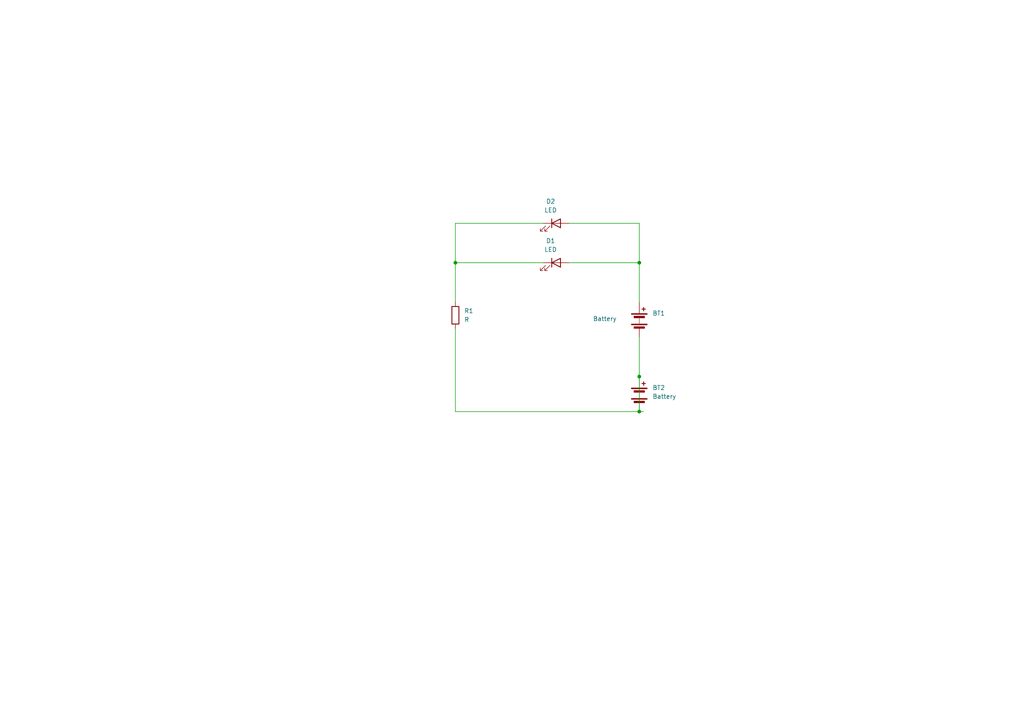
<source format=kicad_sch>
(kicad_sch (version 20250114) (generator "eeschema") (generator_version "9.0")
  (paper "A4")
  (lib_symbols
    (symbol "Device:Battery" (pin_numbers (hide yes)) (pin_names (offset 0) (hide yes))
      (property "Reference" "BT" (at 2.54 2.54 0))
      (property "Value" "Battery" (at 2.54 0 0))
      (symbol "Battery_0_1"
        (rectangle (start -2.286 1.778) (end 2.286 1.524) (fill (type outline)))
        (rectangle (start -2.286 -1.27) (end 2.286 -1.524) (fill (type outline)))
        (rectangle (start -1.524 1.016) (end 1.524 0.508) (fill (type outline)))
        (rectangle (start -1.524 -2.032) (end 1.524 -2.54) (fill (type outline)))
        (polyline (pts (xy 0 1.778) (xy 0 2.54)))
        (polyline (pts (xy 0 0) (xy 0 0.254)))
        (polyline (pts (xy 0 -0.508) (xy 0 -0.254)))
        (polyline (pts (xy 0 -1.016) (xy 0 -0.762)))
        (polyline (pts (xy 0.762 3.048) (xy 1.778 3.048)) (stroke (width 0.254)))
        (polyline (pts (xy 1.27 3.556) (xy 1.27 2.54)) (stroke (width 0.254)))
      )
      (symbol "Battery_1_1"
        (pin passive line (at 0 5.08 270) (length 2.54) (name "+") (number "1"))
        (pin passive line (at 0 -5.08 90) (length 2.54) (name "-") (number "2"))
      )
    )
    (symbol "Device:LED" (pin_numbers (hide yes)) (pin_names (offset 1.016) (hide yes))
      (property "Reference" "D" (at 0 2.54 0))
      (property "Value" "LED" (at 0 -2.54 0))
      (symbol "LED_0_1"
        (polyline (pts (xy -3.048 -0.762) (xy -4.572 -2.286) (xy -3.81 -2.286) (xy -4.572 -2.286) (xy -4.572 -1.524)))
        (polyline (pts (xy -1.778 -0.762) (xy -3.302 -2.286) (xy -2.54 -2.286) (xy -3.302 -2.286) (xy -3.302 -1.524)))
        (polyline (pts (xy -1.27 0) (xy 1.27 0)))
        (polyline (pts (xy -1.27 -1.27) (xy -1.27 1.27)) (stroke (width 0.254)))
        (polyline (pts (xy 1.27 -1.27) (xy 1.27 1.27) (xy -1.27 0) (xy 1.27 -1.27)) (stroke (width 0.254)))
      )
      (symbol "LED_1_1"
        (pin passive line (at -3.81 0 0) (length 2.54) (name "K") (number "1"))
        (pin passive line (at 3.81 0 180) (length 2.54) (name "A") (number "2"))
      )
    )
    (symbol "Device:R" (pin_numbers (hide yes)) (pin_names (offset 0))
      (property "Reference" "R" (at 2.032 0 90))
      (property "Value" "R" (at 0 0 90))
      (symbol "R_0_1"
        (rectangle (start -1.016 -2.54) (end 1.016 2.54) (stroke (width 0.254)))
      )
      (symbol "R_1_1"
        (pin passive line (at 0 3.81 270) (length 1.27) (name "~") (number "1"))
        (pin passive line (at 0 -3.81 90) (length 1.27) (name "~") (number "2"))
      )
    )
  )
  (junction (at 185.42 76.2))
  (junction (at 185.42 109.22))
  (junction (at 132.08 76.2))
  (junction (at 185.42 119.38))
  (wire (pts (xy 165.1 76.2) (xy 185.42 76.2)))
  (wire (pts (xy 185.42 97.79) (xy 185.42 109.22)))
  (wire (pts (xy 132.08 76.2) (xy 132.08 64.77)))
  (wire (pts (xy 132.08 87.63) (xy 132.08 76.2)))
  (wire (pts (xy 185.42 119.38) (xy 185.42 109.22)))
  (wire (pts (xy 132.08 76.2) (xy 157.48 76.2)))
  (wire (pts (xy 132.08 64.77) (xy 157.48 64.77)))
  (wire (pts (xy 185.42 76.2) (xy 185.42 87.63)))
  (wire (pts (xy 132.08 119.38) (xy 132.08 95.25)))
  (wire (pts (xy 186.69 119.38) (xy 185.42 119.38)))
  (wire (pts (xy 185.42 64.77) (xy 185.42 76.2)))
  (wire (pts (xy 132.08 119.38) (xy 185.42 119.38)))
  (wire (pts (xy 165.1 64.77) (xy 185.42 64.77)))
  (symbol (lib_id "Device:R") (at 132.08 91.44 0) (unit 1)
    (property "Reference" "R1" (at 134.62 90.1699 0) (effects (justify left)))
    (property "Value" "R" (at 134.62 92.7099 0) (effects (justify left)))
    (property "Footprint" "Resistor_THT:R_Axial_Power_L38.0mm_W9.0mm_P40.64mm" (effects (hide yes)))
    (property "Description" "Resistor" (effects (hide yes)))
  )
  (symbol (lib_id "Device:LED") (at 161.29 76.2 0) (unit 1)
    (property "Reference" "D1" (at 159.7025 69.85 0))
    (property "Value" "LED" (at 159.7025 72.39 0))
    (property "Footprint" "LED_THT:LED_D3.0mm" (effects (hide yes)))
    (property "Description" "Light emitting diode" (effects (hide yes)))
    (property "Sim.Pins" "1=K 2=A" (effects (hide yes)))
  )
  (symbol (lib_id "Device:LED") (at 161.29 64.77 0) (unit 1)
    (property "Reference" "D2" (at 159.7025 58.42 0))
    (property "Value" "LED" (at 159.7025 60.96 0))
    (property "Footprint" "LED_THT:LED_D3.0mm" (effects (hide yes)))
    (property "Description" "Light emitting diode" (effects (hide yes)))
    (property "Sim.Pins" "1=K 2=A" (effects (hide yes)))
  )
  (symbol (lib_id "Device:Battery") (at 185.42 114.3 0) (unit 1)
    (property "Reference" "BT2" (at 189.23 112.4584 0) (effects (justify left)))
    (property "Value" "Battery" (at 189.23 114.9984 0) (effects (justify left)))
    (property "Footprint" "Battery:BatteryHolder_Keystone_500" (effects (hide yes)))
    (property "Description" "Multiple-cell battery" (effects (hide yes)))
  )
  (symbol (lib_id "Device:Battery") (at 185.42 92.71 0) (unit 1)
    (property "Reference" "BT1" (at 189.23 90.8684 0) (effects (justify left)))
    (property "Value" "Battery" (at 171.958 92.456 0) (effects (justify left)))
    (property "Footprint" "Battery:BatteryHolder_Keystone_500" (effects (hide yes)))
    (property "Description" "Multiple-cell battery" (effects (hide yes)))
  )
)
</source>
